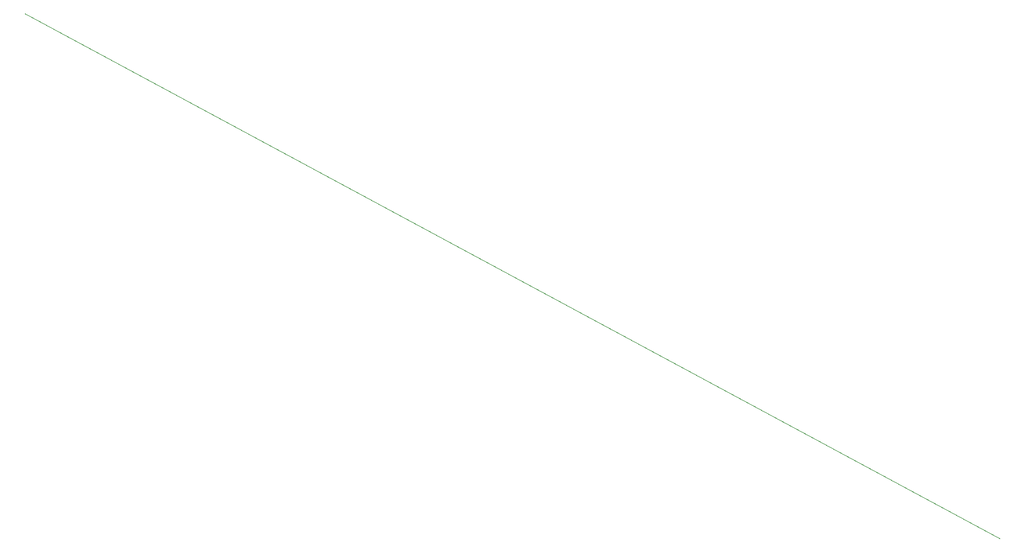
<source format=gbr>
G04 #@! TF.GenerationSoftware,KiCad,Pcbnew,(5.99.0-2302-g1dc804232)*
G04 #@! TF.CreationDate,2020-07-18T18:01:11-07:00*
G04 #@! TF.ProjectId,teensy,7465656e-7379-42e6-9b69-6361645f7063,rev?*
G04 #@! TF.SameCoordinates,Original*
G04 #@! TF.FileFunction,Legend,Bot*
G04 #@! TF.FilePolarity,Positive*
%FSLAX46Y46*%
G04 Gerber Fmt 4.6, Leading zero omitted, Abs format (unit mm)*
G04 Created by KiCad (PCBNEW (5.99.0-2302-g1dc804232)) date 2020-07-18 18:01:11*
%MOMM*%
%LPD*%
G01*
G04 APERTURE LIST*
G04 #@! TA.AperFunction,Profile*
%ADD10C,0.100000*%
G04 #@! TD*
G04 APERTURE END LIST*
D10*
X76200000Y-67310000D02*
X222250000Y-146050000D01*
M02*

</source>
